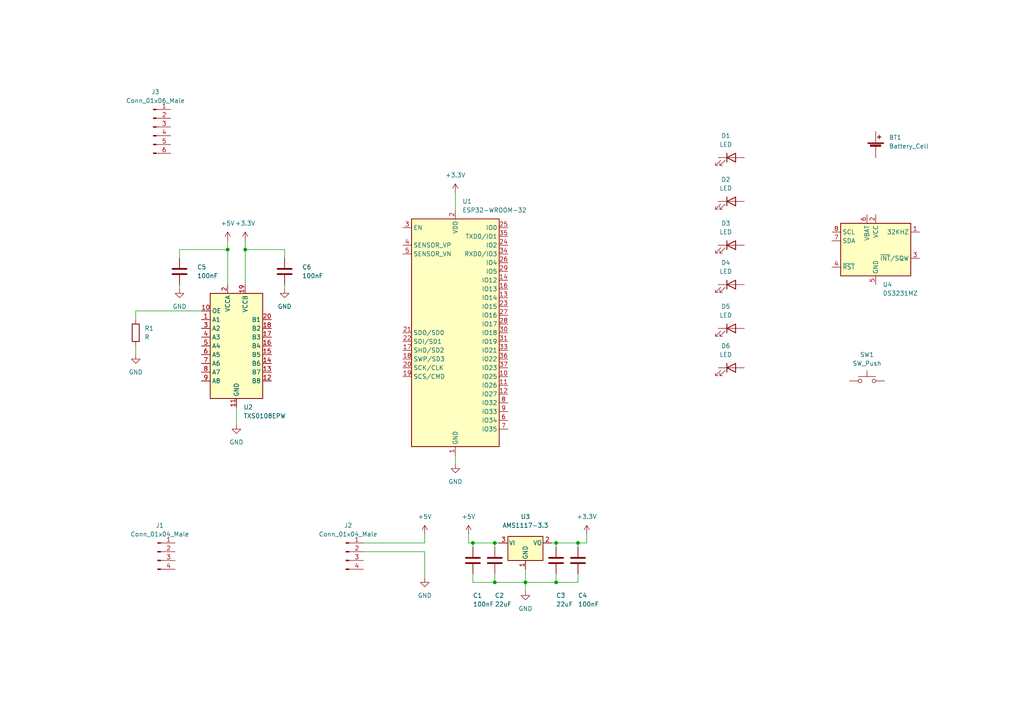
<source format=kicad_sch>
(kicad_sch (version 20211123) (generator eeschema)
  (paper "A4")
  (lib_symbols
    (symbol "Connector:Conn_01x04_Male" (pin_names (offset 1.016) hide)
      (property "Reference" "J" (at 0 5.08 0))
      (property "Value" "Conn_01x04_Male" (at 0 -7.62 0))
      (symbol "Conn_01x04_Male_1_1"
        (polyline (pts (xy 1.27 -5.08) (xy 0.8636 -5.08)) (stroke (width 0.1524)))
        (polyline (pts (xy 1.27 -2.54) (xy 0.8636 -2.54)) (stroke (width 0.1524)))
        (polyline (pts (xy 1.27 0) (xy 0.8636 0)) (stroke (width 0.1524)))
        (polyline (pts (xy 1.27 2.54) (xy 0.8636 2.54)) (stroke (width 0.1524)))
        (rectangle (start 0.8636 -4.953) (end 0 -5.207) (stroke (width 0.1524)) (fill (type outline)))
        (rectangle (start 0.8636 -2.413) (end 0 -2.667) (stroke (width 0.1524)) (fill (type outline)))
        (rectangle (start 0.8636 0.127) (end 0 -0.127) (stroke (width 0.1524)) (fill (type outline)))
        (rectangle (start 0.8636 2.667) (end 0 2.413) (stroke (width 0.1524)) (fill (type outline)))
        (pin passive line (at 5.08 2.54 180) (length 3.81) (name "Pin_1") (number "1"))
        (pin passive line (at 5.08 0 180) (length 3.81) (name "Pin_2") (number "2"))
        (pin passive line (at 5.08 -2.54 180) (length 3.81) (name "Pin_3") (number "3"))
        (pin passive line (at 5.08 -5.08 180) (length 3.81) (name "Pin_4") (number "4"))
      )
    )
    (symbol "Connector:Conn_01x06_Male" (pin_names (offset 1.016) hide)
      (property "Reference" "J" (at 0 7.62 0))
      (property "Value" "Conn_01x06_Male" (at 0 -10.16 0))
      (symbol "Conn_01x06_Male_1_1"
        (polyline (pts (xy 1.27 -7.62) (xy 0.8636 -7.62)) (stroke (width 0.1524)))
        (polyline (pts (xy 1.27 -5.08) (xy 0.8636 -5.08)) (stroke (width 0.1524)))
        (polyline (pts (xy 1.27 -2.54) (xy 0.8636 -2.54)) (stroke (width 0.1524)))
        (polyline (pts (xy 1.27 0) (xy 0.8636 0)) (stroke (width 0.1524)))
        (polyline (pts (xy 1.27 2.54) (xy 0.8636 2.54)) (stroke (width 0.1524)))
        (polyline (pts (xy 1.27 5.08) (xy 0.8636 5.08)) (stroke (width 0.1524)))
        (rectangle (start 0.8636 -7.493) (end 0 -7.747) (stroke (width 0.1524)) (fill (type outline)))
        (rectangle (start 0.8636 -4.953) (end 0 -5.207) (stroke (width 0.1524)) (fill (type outline)))
        (rectangle (start 0.8636 -2.413) (end 0 -2.667) (stroke (width 0.1524)) (fill (type outline)))
        (rectangle (start 0.8636 0.127) (end 0 -0.127) (stroke (width 0.1524)) (fill (type outline)))
        (rectangle (start 0.8636 2.667) (end 0 2.413) (stroke (width 0.1524)) (fill (type outline)))
        (rectangle (start 0.8636 5.207) (end 0 4.953) (stroke (width 0.1524)) (fill (type outline)))
        (pin passive line (at 5.08 5.08 180) (length 3.81) (name "Pin_1") (number "1"))
        (pin passive line (at 5.08 2.54 180) (length 3.81) (name "Pin_2") (number "2"))
        (pin passive line (at 5.08 0 180) (length 3.81) (name "Pin_3") (number "3"))
        (pin passive line (at 5.08 -2.54 180) (length 3.81) (name "Pin_4") (number "4"))
        (pin passive line (at 5.08 -5.08 180) (length 3.81) (name "Pin_5") (number "5"))
        (pin passive line (at 5.08 -7.62 180) (length 3.81) (name "Pin_6") (number "6"))
      )
    )
    (symbol "Device:Battery_Cell" (pin_numbers hide) (pin_names (offset 0) hide)
      (property "Reference" "BT" (at 2.54 2.54 0))
      (property "Value" "Battery_Cell" (at 2.54 0 0))
      (symbol "Battery_Cell_0_1"
        (rectangle (start -2.286 1.778) (end 2.286 1.524) (fill (type outline)))
        (rectangle (start -1.5748 1.1938) (end 1.4732 0.6858) (fill (type outline)))
        (polyline (pts (xy 0 0.762) (xy 0 0)))
        (polyline (pts (xy 0 1.778) (xy 0 2.54)))
        (polyline (pts (xy 0.508 3.429) (xy 1.524 3.429)) (stroke (width 0.254)))
        (polyline (pts (xy 1.016 3.937) (xy 1.016 2.921)) (stroke (width 0.254)))
      )
      (symbol "Battery_Cell_1_1"
        (pin passive line (at 0 5.08 270) (length 2.54) (name "+") (number "1"))
        (pin passive line (at 0 -2.54 90) (length 2.54) (name "-") (number "2"))
      )
    )
    (symbol "Device:C" (pin_numbers hide) (pin_names (offset 0.254))
      (property "Reference" "C" (at 0.635 2.54 0))
      (property "Value" "C" (at 0.635 -2.54 0))
      (symbol "C_0_1"
        (polyline (pts (xy -2.032 -0.762) (xy 2.032 -0.762)) (stroke (width 0.508)))
        (polyline (pts (xy -2.032 0.762) (xy 2.032 0.762)) (stroke (width 0.508)))
      )
      (symbol "C_1_1"
        (pin passive line (at 0 3.81 270) (length 2.794) (name "~") (number "1"))
        (pin passive line (at 0 -3.81 90) (length 2.794) (name "~") (number "2"))
      )
    )
    (symbol "Device:LED" (pin_numbers hide) (pin_names (offset 1.016) hide)
      (property "Reference" "D" (at 0 2.54 0))
      (property "Value" "LED" (at 0 -2.54 0))
      (symbol "LED_0_1"
        (polyline (pts (xy -1.27 -1.27) (xy -1.27 1.27)) (stroke (width 0.254)))
        (polyline (pts (xy -1.27 0) (xy 1.27 0)))
        (polyline (pts (xy 1.27 -1.27) (xy 1.27 1.27) (xy -1.27 0) (xy 1.27 -1.27)) (stroke (width 0.254)))
        (polyline (pts (xy -3.048 -0.762) (xy -4.572 -2.286) (xy -3.81 -2.286) (xy -4.572 -2.286) (xy -4.572 -1.524)))
        (polyline (pts (xy -1.778 -0.762) (xy -3.302 -2.286) (xy -2.54 -2.286) (xy -3.302 -2.286) (xy -3.302 -1.524)))
      )
      (symbol "LED_1_1"
        (pin passive line (at -3.81 0 0) (length 2.54) (name "K") (number "1"))
        (pin passive line (at 3.81 0 180) (length 2.54) (name "A") (number "2"))
      )
    )
    (symbol "Device:R" (pin_numbers hide) (pin_names (offset 0))
      (property "Reference" "R" (at 2.032 0 90))
      (property "Value" "R" (at 0 0 90))
      (symbol "R_0_1"
        (rectangle (start -1.016 -2.54) (end 1.016 2.54) (stroke (width 0.254)))
      )
      (symbol "R_1_1"
        (pin passive line (at 0 3.81 270) (length 1.27) (name "~") (number "1"))
        (pin passive line (at 0 -3.81 90) (length 1.27) (name "~") (number "2"))
      )
    )
    (symbol "Logic_LevelTranslator:TXS0108EPW"
      (property "Reference" "U" (at -6.35 16.51 0))
      (property "Value" "TXS0108EPW" (at 3.81 16.51 0))
      (symbol "TXS0108EPW_0_1"
        (rectangle (start -7.62 15.24) (end 7.62 -15.24) (stroke (width 0.254)) (fill (type background)))
      )
      (symbol "TXS0108EPW_1_1"
        (pin bidirectional line (at -10.16 7.62 0) (length 2.54) (name "A1") (number "1"))
        (pin input line (at -10.16 10.16 0) (length 2.54) (name "OE") (number "10"))
        (pin power_in line (at 0 -17.78 90) (length 2.54) (name "GND") (number "11"))
        (pin bidirectional line (at 10.16 -10.16 180) (length 2.54) (name "B8") (number "12"))
        (pin bidirectional line (at 10.16 -7.62 180) (length 2.54) (name "B7") (number "13"))
        (pin bidirectional line (at 10.16 -5.08 180) (length 2.54) (name "B6") (number "14"))
        (pin bidirectional line (at 10.16 -2.54 180) (length 2.54) (name "B5") (number "15"))
        (pin bidirectional line (at 10.16 0 180) (length 2.54) (name "B4") (number "16"))
        (pin bidirectional line (at 10.16 2.54 180) (length 2.54) (name "B3") (number "17"))
        (pin bidirectional line (at 10.16 5.08 180) (length 2.54) (name "B2") (number "18"))
        (pin power_in line (at 2.54 17.78 270) (length 2.54) (name "VCCB") (number "19"))
        (pin power_in line (at -2.54 17.78 270) (length 2.54) (name "VCCA") (number "2"))
        (pin bidirectional line (at 10.16 7.62 180) (length 2.54) (name "B1") (number "20"))
        (pin bidirectional line (at -10.16 5.08 0) (length 2.54) (name "A2") (number "3"))
        (pin bidirectional line (at -10.16 2.54 0) (length 2.54) (name "A3") (number "4"))
        (pin bidirectional line (at -10.16 0 0) (length 2.54) (name "A4") (number "5"))
        (pin bidirectional line (at -10.16 -2.54 0) (length 2.54) (name "A5") (number "6"))
        (pin bidirectional line (at -10.16 -5.08 0) (length 2.54) (name "A6") (number "7"))
        (pin bidirectional line (at -10.16 -7.62 0) (length 2.54) (name "A7") (number "8"))
        (pin bidirectional line (at -10.16 -10.16 0) (length 2.54) (name "A8") (number "9"))
      )
    )
    (symbol "RF_Module:ESP32-WROOM-32"
      (property "Reference" "U" (at -12.7 34.29 0))
      (property "Value" "ESP32-WROOM-32" (at 1.27 34.29 0))
      (symbol "ESP32-WROOM-32_0_1"
        (rectangle (start -12.7 33.02) (end 12.7 -33.02) (stroke (width 0.254)) (fill (type background)))
      )
      (symbol "ESP32-WROOM-32_1_1"
        (pin power_in line (at 0 -35.56 90) (length 2.54) (name "GND") (number "1"))
        (pin bidirectional line (at 15.24 -12.7 180) (length 2.54) (name "IO25") (number "10"))
        (pin bidirectional line (at 15.24 -15.24 180) (length 2.54) (name "IO26") (number "11"))
        (pin bidirectional line (at 15.24 -17.78 180) (length 2.54) (name "IO27") (number "12"))
        (pin bidirectional line (at 15.24 10.16 180) (length 2.54) (name "IO14") (number "13"))
        (pin bidirectional line (at 15.24 15.24 180) (length 2.54) (name "IO12") (number "14"))
        (pin passive line (at 0 -35.56 90) (length 2.54) hide (name "GND") (number "15"))
        (pin bidirectional line (at 15.24 12.7 180) (length 2.54) (name "IO13") (number "16"))
        (pin bidirectional line (at -15.24 -5.08 0) (length 2.54) (name "SHD/SD2") (number "17"))
        (pin bidirectional line (at -15.24 -7.62 0) (length 2.54) (name "SWP/SD3") (number "18"))
        (pin bidirectional line (at -15.24 -12.7 0) (length 2.54) (name "SCS/CMD") (number "19"))
        (pin power_in line (at 0 35.56 270) (length 2.54) (name "VDD") (number "2"))
        (pin bidirectional line (at -15.24 -10.16 0) (length 2.54) (name "SCK/CLK") (number "20"))
        (pin bidirectional line (at -15.24 0 0) (length 2.54) (name "SDO/SD0") (number "21"))
        (pin bidirectional line (at -15.24 -2.54 0) (length 2.54) (name "SDI/SD1") (number "22"))
        (pin bidirectional line (at 15.24 7.62 180) (length 2.54) (name "IO15") (number "23"))
        (pin bidirectional line (at 15.24 25.4 180) (length 2.54) (name "IO2") (number "24"))
        (pin bidirectional line (at 15.24 30.48 180) (length 2.54) (name "IO0") (number "25"))
        (pin bidirectional line (at 15.24 20.32 180) (length 2.54) (name "IO4") (number "26"))
        (pin bidirectional line (at 15.24 5.08 180) (length 2.54) (name "IO16") (number "27"))
        (pin bidirectional line (at 15.24 2.54 180) (length 2.54) (name "IO17") (number "28"))
        (pin bidirectional line (at 15.24 17.78 180) (length 2.54) (name "IO5") (number "29"))
        (pin input line (at -15.24 30.48 0) (length 2.54) (name "EN") (number "3"))
        (pin bidirectional line (at 15.24 0 180) (length 2.54) (name "IO18") (number "30"))
        (pin bidirectional line (at 15.24 -2.54 180) (length 2.54) (name "IO19") (number "31"))
        (pin no_connect line (at -12.7 -27.94 0) (length 2.54) hide (name "NC") (number "32"))
        (pin bidirectional line (at 15.24 -5.08 180) (length 2.54) (name "IO21") (number "33"))
        (pin bidirectional line (at 15.24 22.86 180) (length 2.54) (name "RXD0/IO3") (number "34"))
        (pin bidirectional line (at 15.24 27.94 180) (length 2.54) (name "TXD0/IO1") (number "35"))
        (pin bidirectional line (at 15.24 -7.62 180) (length 2.54) (name "IO22") (number "36"))
        (pin bidirectional line (at 15.24 -10.16 180) (length 2.54) (name "IO23") (number "37"))
        (pin passive line (at 0 -35.56 90) (length 2.54) hide (name "GND") (number "38"))
        (pin passive line (at 0 -35.56 90) (length 2.54) hide (name "GND") (number "39"))
        (pin input line (at -15.24 25.4 0) (length 2.54) (name "SENSOR_VP") (number "4"))
        (pin input line (at -15.24 22.86 0) (length 2.54) (name "SENSOR_VN") (number "5"))
        (pin input line (at 15.24 -25.4 180) (length 2.54) (name "IO34") (number "6"))
        (pin input line (at 15.24 -27.94 180) (length 2.54) (name "IO35") (number "7"))
        (pin bidirectional line (at 15.24 -20.32 180) (length 2.54) (name "IO32") (number "8"))
        (pin bidirectional line (at 15.24 -22.86 180) (length 2.54) (name "IO33") (number "9"))
      )
    )
    (symbol "Regulator_Linear:AMS1117-3.3" (pin_names (offset 0.254))
      (property "Reference" "U" (at -3.81 3.175 0))
      (property "Value" "AMS1117-3.3" (at 0 3.175 0))
      (symbol "AMS1117-3.3_0_1"
        (rectangle (start -5.08 -5.08) (end 5.08 1.905) (stroke (width 0.254)) (fill (type background)))
      )
      (symbol "AMS1117-3.3_1_1"
        (pin power_in line (at 0 -7.62 90) (length 2.54) (name "GND") (number "1"))
        (pin power_out line (at 7.62 0 180) (length 2.54) (name "VO") (number "2"))
        (pin power_in line (at -7.62 0 0) (length 2.54) (name "VI") (number "3"))
      )
    )
    (symbol "Switch:SW_Push" (pin_numbers hide) (pin_names (offset 1.016) hide)
      (property "Reference" "SW" (at 1.27 2.54 0))
      (property "Value" "SW_Push" (at 0 -1.524 0))
      (symbol "SW_Push_0_1"
        (circle (center -2.032 0) (radius 0.508))
        (polyline (pts (xy 0 1.27) (xy 0 3.048)))
        (polyline (pts (xy 2.54 1.27) (xy -2.54 1.27)))
        (circle (center 2.032 0) (radius 0.508))
        (pin passive line (at -5.08 0 0) (length 2.54) (name "1") (number "1"))
        (pin passive line (at 5.08 0 180) (length 2.54) (name "2") (number "2"))
      )
    )
    (symbol "Timer_RTC:DS3231MZ"
      (property "Reference" "U" (at -7.62 8.89 0))
      (property "Value" "DS3231MZ" (at 11.43 8.89 0))
      (symbol "DS3231MZ_0_1"
        (rectangle (start -10.16 7.62) (end 10.16 -7.62) (stroke (width 0.254)) (fill (type background)))
      )
      (symbol "DS3231MZ_1_1"
        (pin open_collector line (at 12.7 5.08 180) (length 2.54) (name "32KHZ") (number "1"))
        (pin power_in line (at 0 10.16 270) (length 2.54) (name "VCC") (number "2"))
        (pin open_collector line (at 12.7 -2.54 180) (length 2.54) (name "~{INT}/SQW") (number "3"))
        (pin bidirectional line (at -12.7 -5.08 0) (length 2.54) (name "~{RST}") (number "4"))
        (pin power_in line (at 0 -10.16 90) (length 2.54) (name "GND") (number "5"))
        (pin power_in line (at -2.54 10.16 270) (length 2.54) (name "VBAT") (number "6"))
        (pin bidirectional line (at -12.7 2.54 0) (length 2.54) (name "SDA") (number "7"))
        (pin input line (at -12.7 5.08 0) (length 2.54) (name "SCL") (number "8"))
      )
    )
    (symbol "power:+3.3V" (power) (pin_names (offset 0))
      (property "Value" "+3.3V" (at 0 3.556 0))
      (symbol "+3.3V_0_1"
        (polyline (pts (xy -0.762 1.27) (xy 0 2.54)))
        (polyline (pts (xy 0 0) (xy 0 2.54)))
        (polyline (pts (xy 0 2.54) (xy 0.762 1.27)))
      )
      (symbol "+3.3V_1_1"
        (pin power_in line (at 0 0 90) (length 0) hide (name "+3.3V") (number "1"))
      )
    )
    (symbol "power:+5V" (power) (pin_names (offset 0))
      (property "Value" "+5V" (at 0 3.556 0))
      (symbol "+5V_0_1"
        (polyline (pts (xy -0.762 1.27) (xy 0 2.54)))
        (polyline (pts (xy 0 0) (xy 0 2.54)))
        (polyline (pts (xy 0 2.54) (xy 0.762 1.27)))
      )
      (symbol "+5V_1_1"
        (pin power_in line (at 0 0 90) (length 0) hide (name "+5V") (number "1"))
      )
    )
    (symbol "power:GND" (power) (pin_names (offset 0))
      (property "Value" "GND" (at 0 -3.81 0))
      (symbol "GND_0_1"
        (polyline (pts (xy 0 0) (xy 0 -1.27) (xy 1.27 -1.27) (xy 0 -2.54) (xy -1.27 -1.27) (xy 0 -1.27)))
      )
      (symbol "GND_1_1"
        (pin power_in line (at 0 0 270) (length 0) hide (name "GND") (number "1"))
      )
    )
  )
  (junction (at 161.29 157.48))
  (junction (at 143.51 157.48))
  (junction (at 152.4 168.91))
  (junction (at 167.64 157.48))
  (junction (at 161.29 168.91))
  (junction (at 71.12 72.39))
  (junction (at 143.51 168.91))
  (junction (at 66.04 72.39))
  (junction (at 137.16 157.48))
  (wire (pts (xy 71.12 72.39) (xy 71.12 82.55)))
  (wire (pts (xy 105.41 157.48) (xy 123.19 157.48)))
  (wire (pts (xy 52.07 82.55) (xy 52.07 83.82)))
  (wire (pts (xy 82.55 74.93) (xy 82.55 72.39)))
  (wire (pts (xy 137.16 158.75) (xy 137.16 157.48)))
  (wire (pts (xy 52.07 72.39) (xy 66.04 72.39)))
  (wire (pts (xy 137.16 168.91) (xy 143.51 168.91)))
  (wire (pts (xy 152.4 168.91) (xy 152.4 171.45)))
  (wire (pts (xy 160.02 157.48) (xy 161.29 157.48)))
  (wire (pts (xy 143.51 157.48) (xy 144.78 157.48)))
  (wire (pts (xy 161.29 157.48) (xy 161.29 158.75)))
  (wire (pts (xy 52.07 74.93) (xy 52.07 72.39)))
  (wire (pts (xy 123.19 157.48) (xy 123.19 154.94)))
  (wire (pts (xy 170.18 157.48) (xy 170.18 154.94)))
  (wire (pts (xy 161.29 168.91) (xy 161.29 166.37)))
  (wire (pts (xy 152.4 168.91) (xy 161.29 168.91)))
  (wire (pts (xy 82.55 82.55) (xy 82.55 83.82)))
  (wire (pts (xy 161.29 168.91) (xy 167.64 168.91)))
  (wire (pts (xy 167.64 157.48) (xy 167.64 158.75)))
  (wire (pts (xy 167.64 168.91) (xy 167.64 166.37)))
  (wire (pts (xy 105.41 160.02) (xy 123.19 160.02)))
  (wire (pts (xy 66.04 69.85) (xy 66.04 72.39)))
  (wire (pts (xy 137.16 157.48) (xy 143.51 157.48)))
  (wire (pts (xy 135.89 154.94) (xy 135.89 157.48)))
  (wire (pts (xy 123.19 160.02) (xy 123.19 167.64)))
  (wire (pts (xy 152.4 165.1) (xy 152.4 168.91)))
  (wire (pts (xy 137.16 166.37) (xy 137.16 168.91)))
  (wire (pts (xy 132.08 132.08) (xy 132.08 134.62)))
  (wire (pts (xy 137.16 157.48) (xy 135.89 157.48)))
  (wire (pts (xy 66.04 72.39) (xy 66.04 82.55)))
  (wire (pts (xy 143.51 157.48) (xy 143.51 158.75)))
  (wire (pts (xy 167.64 157.48) (xy 170.18 157.48)))
  (wire (pts (xy 39.37 90.17) (xy 39.37 92.71)))
  (wire (pts (xy 71.12 69.85) (xy 71.12 72.39)))
  (wire (pts (xy 132.08 55.88) (xy 132.08 60.96)))
  (wire (pts (xy 82.55 72.39) (xy 71.12 72.39)))
  (wire (pts (xy 161.29 157.48) (xy 167.64 157.48)))
  (wire (pts (xy 68.58 118.11) (xy 68.58 123.19)))
  (wire (pts (xy 58.42 90.17) (xy 39.37 90.17)))
  (wire (pts (xy 143.51 166.37) (xy 143.51 168.91)))
  (wire (pts (xy 39.37 100.33) (xy 39.37 102.87)))
  (wire (pts (xy 143.51 168.91) (xy 152.4 168.91)))
  (symbol (lib_id "power:+5V") (at 135.89 154.94 0) (unit 1)
    (property "Reference" "#PWR0105" (effects hide))
    (property "Value" "+5V" (at 135.89 149.86 0))
  )
  (symbol (lib_id "Device:C") (at 137.16 162.56 0) (unit 1)
    (property "Reference" "C1" (at 137.16 172.72 0) (effects (justify left)))
    (property "Value" "100nF" (at 137.16 175.26 0) (effects (justify left)))
    (property "Footprint" "Capacitor_SMD:C_0805_2012Metric_Pad1.18x1.45mm_HandSolder" (effects hide))
  )
  (symbol (lib_id "Device:C") (at 82.55 78.74 0) (unit 1)
    (property "Reference" "C6" (at 87.63 77.47 0) (effects (justify left)))
    (property "Value" "100nF" (at 87.63 80.01 0) (effects (justify left)))
    (property "Footprint" "Capacitor_SMD:C_0805_2012Metric_Pad1.18x1.45mm_HandSolder" (effects hide))
  )
  (symbol (lib_id "power:+5V") (at 66.04 69.85 0) (unit 1)
    (property "Reference" "#PWR0106" (effects hide))
    (property "Value" "+5V" (at 66.04 64.77 0))
  )
  (symbol (lib_id "Connector:Conn_01x06_Male") (at 44.45 36.83 0) (unit 1)
    (property "Reference" "J3" (at 45.085 26.67 0))
    (property "Value" "Conn_01x06_Male" (at 45.085 29.21 0))
    (property "Footprint" "Connector_PinHeader_2.54mm:PinHeader_1x06_P2.54mm_Vertical" (effects hide))
  )
  (symbol (lib_id "Device:C") (at 143.51 162.56 0) (unit 1)
    (property "Reference" "C2" (at 143.51 172.72 0) (effects (justify left)))
    (property "Value" "22uF" (at 143.51 175.26 0) (effects (justify left)))
    (property "Footprint" "Capacitor_SMD:C_0805_2012Metric_Pad1.18x1.45mm_HandSolder" (effects hide))
  )
  (symbol (lib_id "power:GND") (at 52.07 83.82 0) (unit 1)
    (property "Reference" "#PWR0111" (effects hide))
    (property "Value" "GND" (at 52.07 88.9 0))
  )
  (symbol (lib_id "Device:LED") (at 212.09 106.68 0) (unit 1)
    (property "Reference" "D6" (at 210.5025 100.33 0))
    (property "Value" "LED" (at 210.5025 102.87 0))
    (property "Footprint" "LED_THT:LED_D3.0mm" (effects hide))
  )
  (symbol (lib_id "Device:LED") (at 212.09 82.55 0) (unit 1)
    (property "Reference" "D4" (at 210.5025 76.2 0))
    (property "Value" "LED" (at 210.5025 78.74 0))
    (property "Footprint" "LED_THT:LED_D3.0mm" (effects hide))
  )
  (symbol (lib_id "Device:Battery_Cell") (at 254 43.18 0) (unit 1)
    (property "Reference" "BT1" (at 257.81 39.8779 0) (effects (justify left)))
    (property "Value" "Battery_Cell" (at 257.81 42.4179 0) (effects (justify left)))
    (property "Footprint" "Battery_rtc:CR2032_Vertical_CircularHoles" (effects hide))
  )
  (symbol (lib_id "Device:C") (at 167.64 162.56 0) (unit 1)
    (property "Reference" "C4" (at 167.64 172.72 0) (effects (justify left)))
    (property "Value" "100nF" (at 167.64 175.26 0) (effects (justify left)))
    (property "Footprint" "Capacitor_SMD:C_0805_2012Metric_Pad1.18x1.45mm_HandSolder" (effects hide))
  )
  (symbol (lib_id "power:+5V") (at 123.19 154.94 0) (unit 1)
    (property "Reference" "#PWR0104" (effects hide))
    (property "Value" "+5V" (at 123.19 149.86 0))
  )
  (symbol (lib_id "power:+3.3V") (at 71.12 69.85 0) (unit 1)
    (property "Reference" "#PWR0108" (effects hide))
    (property "Value" "+3.3V" (at 71.12 64.77 0))
  )
  (symbol (lib_id "Device:R") (at 39.37 96.52 0) (unit 1)
    (property "Reference" "R1" (at 41.91 95.2499 0) (effects (justify left)))
    (property "Value" "R" (at 41.91 97.7899 0) (effects (justify left)))
    (property "Footprint" "Resistor_SMD:R_0805_2012Metric_Pad1.20x1.40mm_HandSolder" (effects hide))
  )
  (symbol (lib_id "Switch:SW_Push") (at 251.46 110.49 0) (unit 1)
    (property "Reference" "SW1" (at 251.46 102.87 0))
    (property "Value" "SW_Push" (at 251.46 105.41 0))
    (property "Footprint" "Button_Switch_THT:SW_Tactile_SPST_Angled_PTS645Vx31-2LFS" (effects hide))
  )
  (symbol (lib_id "Connector:Conn_01x04_Male") (at 45.72 160.02 0) (unit 1)
    (property "Reference" "J1" (at 46.355 152.4 0))
    (property "Value" "Conn_01x04_Male" (at 46.355 154.94 0))
    (property "Footprint" "Connector_PinHeader_2.54mm:PinHeader_1x04_P2.54mm_Vertical" (effects hide))
  )
  (symbol (lib_id "Logic_LevelTranslator:TXS0108EPW") (at 68.58 100.33 0) (unit 1)
    (property "Reference" "U2" (at 70.5994 118.11 0) (effects (justify left)))
    (property "Value" "TXS0108EPW" (at 70.5994 120.65 0) (effects (justify left)))
    (property "Footprint" "Package_SO:TSSOP-20_4.4x6.5mm_P0.65mm" (effects hide))
    (property "Datasheet" "www.ti.com/lit/ds/symlink/txs0108e.pdf" (effects hide))
  )
  (symbol (lib_id "Device:LED") (at 212.09 58.42 0) (unit 1)
    (property "Reference" "D2" (at 210.5025 52.07 0))
    (property "Value" "LED" (at 210.5025 54.61 0))
    (property "Footprint" "LED_THT:LED_D3.0mm" (effects hide))
  )
  (symbol (lib_id "Timer_RTC:DS3231MZ") (at 254 72.39 0) (unit 1)
    (property "Reference" "U4" (at 256.0194 82.55 0) (effects (justify left)))
    (property "Value" "DS3231MZ" (at 256.0194 85.09 0) (effects (justify left)))
    (property "Footprint" "Package_SO:SOIC-8_3.9x4.9mm_P1.27mm" (effects hide))
    (property "Datasheet" "http://datasheets.maximintegrated.com/en/ds/DS3231M.pdf" (effects hide))
  )
  (symbol (lib_id "Connector:Conn_01x04_Male") (at 100.33 160.02 0) (unit 1)
    (property "Reference" "J2" (at 100.965 152.4 0))
    (property "Value" "Conn_01x04_Male" (at 100.965 154.94 0))
    (property "Footprint" "Connector_PinHeader_2.54mm:PinHeader_1x04_P2.54mm_Vertical" (effects hide))
  )
  (symbol (lib_id "Device:LED") (at 212.09 95.25 0) (unit 1)
    (property "Reference" "D5" (at 210.5025 88.9 0))
    (property "Value" "LED" (at 210.5025 91.44 0))
    (property "Footprint" "LED_THT:LED_D3.0mm" (effects hide))
  )
  (symbol (lib_id "power:GND") (at 82.55 83.82 0) (unit 1)
    (property "Reference" "#PWR0112" (effects hide))
    (property "Value" "GND" (at 82.55 88.9 0))
  )
  (symbol (lib_id "power:GND") (at 123.19 167.64 0) (unit 1)
    (property "Reference" "#PWR0101" (effects hide))
    (property "Value" "GND" (at 123.19 172.72 0))
  )
  (symbol (lib_id "power:GND") (at 152.4 171.45 0) (unit 1)
    (property "Reference" "#PWR0102" (effects hide))
    (property "Value" "GND" (at 152.4 176.53 0))
  )
  (symbol (lib_id "power:GND") (at 68.58 123.19 0) (unit 1)
    (property "Reference" "#PWR0107" (effects hide))
    (property "Value" "GND" (at 68.58 128.27 0))
  )
  (symbol (lib_id "Device:C") (at 161.29 162.56 0) (unit 1)
    (property "Reference" "C3" (at 161.29 172.72 0) (effects (justify left)))
    (property "Value" "22uF" (at 161.29 175.26 0) (effects (justify left)))
    (property "Footprint" "Capacitor_SMD:C_0805_2012Metric_Pad1.18x1.45mm_HandSolder" (effects hide))
  )
  (symbol (lib_id "power:+3.3V") (at 170.18 154.94 0) (unit 1)
    (property "Reference" "#PWR0103" (effects hide))
    (property "Value" "+3.3V" (at 170.18 149.86 0))
  )
  (symbol (lib_id "Device:C") (at 52.07 78.74 0) (unit 1)
    (property "Reference" "C5" (at 57.15 77.47 0) (effects (justify left)))
    (property "Value" "100nF" (at 57.15 80.01 0) (effects (justify left)))
    (property "Footprint" "Capacitor_SMD:C_0805_2012Metric_Pad1.18x1.45mm_HandSolder" (effects hide))
  )
  (symbol (lib_id "power:GND") (at 39.37 102.87 0) (unit 1)
    (property "Reference" "#PWR0113" (effects hide))
    (property "Value" "GND" (at 39.37 107.95 0))
  )
  (symbol (lib_id "power:GND") (at 132.08 134.62 0) (unit 1)
    (property "Reference" "#PWR0110" (effects hide))
    (property "Value" "GND" (at 132.08 139.7 0))
  )
  (symbol (lib_id "Regulator_Linear:AMS1117-3.3") (at 152.4 157.48 0) (unit 1)
    (property "Reference" "U3" (at 152.4 149.86 0))
    (property "Value" "AMS1117-3.3" (at 152.4 152.4 0))
    (property "Footprint" "Package_TO_SOT_SMD:SOT-223-3_TabPin2" (effects hide))
    (property "Datasheet" "http://www.advanced-monolithic.com/pdf/ds1117.pdf" (effects hide))
  )
  (symbol (lib_id "Device:LED") (at 212.09 71.12 0) (unit 1)
    (property "Reference" "D3" (at 210.5025 64.77 0))
    (property "Value" "LED" (at 210.5025 67.31 0))
    (property "Footprint" "LED_THT:LED_D3.0mm" (effects hide))
  )
  (symbol (lib_id "power:+3.3V") (at 132.08 55.88 0) (unit 1)
    (property "Reference" "#PWR0109" (effects hide))
    (property "Value" "+3.3V" (at 132.08 50.8 0))
  )
  (symbol (lib_id "Device:LED") (at 212.09 45.72 0) (unit 1)
    (property "Reference" "D1" (at 210.5025 39.37 0))
    (property "Value" "LED" (at 210.5025 41.91 0))
    (property "Footprint" "LED_THT:LED_D3.0mm" (effects hide))
  )
  (symbol (lib_id "RF_Module:ESP32-WROOM-32") (at 132.08 96.52 0) (unit 1)
    (property "Reference" "U1" (at 134.0994 58.42 0) (effects (justify left)))
    (property "Value" "ESP32-WROOM-32" (at 134.0994 60.96 0) (effects (justify left)))
    (property "Footprint" "RF_Module:ESP32-WROOM-32" (effects hide))
    (property "Datasheet" "https://www.espressif.com/sites/default/files/documentation/esp32-wroom-32_datasheet_en.pdf" (effects hide))
  )
)
</source>
